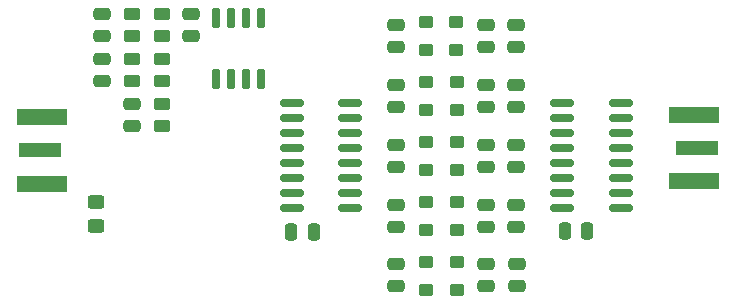
<source format=gbr>
G04 #@! TF.GenerationSoftware,KiCad,Pcbnew,8.0.1*
G04 #@! TF.CreationDate,2025-07-17T23:05:43+02:00*
G04 #@! TF.ProjectId,SDR_PreAmp_Filter_v1.1,5344525f-5072-4654-916d-705f46696c74,rev?*
G04 #@! TF.SameCoordinates,Original*
G04 #@! TF.FileFunction,Paste,Top*
G04 #@! TF.FilePolarity,Positive*
%FSLAX46Y46*%
G04 Gerber Fmt 4.6, Leading zero omitted, Abs format (unit mm)*
G04 Created by KiCad (PCBNEW 8.0.1) date 2025-07-17 23:05:43*
%MOMM*%
%LPD*%
G01*
G04 APERTURE LIST*
G04 Aperture macros list*
%AMRoundRect*
0 Rectangle with rounded corners*
0 $1 Rounding radius*
0 $2 $3 $4 $5 $6 $7 $8 $9 X,Y pos of 4 corners*
0 Add a 4 corners polygon primitive as box body*
4,1,4,$2,$3,$4,$5,$6,$7,$8,$9,$2,$3,0*
0 Add four circle primitives for the rounded corners*
1,1,$1+$1,$2,$3*
1,1,$1+$1,$4,$5*
1,1,$1+$1,$6,$7*
1,1,$1+$1,$8,$9*
0 Add four rect primitives between the rounded corners*
20,1,$1+$1,$2,$3,$4,$5,0*
20,1,$1+$1,$4,$5,$6,$7,0*
20,1,$1+$1,$6,$7,$8,$9,0*
20,1,$1+$1,$8,$9,$2,$3,0*%
G04 Aperture macros list end*
%ADD10RoundRect,0.250000X-0.450000X0.262500X-0.450000X-0.262500X0.450000X-0.262500X0.450000X0.262500X0*%
%ADD11RoundRect,0.250000X0.475000X-0.250000X0.475000X0.250000X-0.475000X0.250000X-0.475000X-0.250000X0*%
%ADD12RoundRect,0.250000X0.350000X-0.275000X0.350000X0.275000X-0.350000X0.275000X-0.350000X-0.275000X0*%
%ADD13RoundRect,0.250000X-0.350000X0.275000X-0.350000X-0.275000X0.350000X-0.275000X0.350000X0.275000X0*%
%ADD14RoundRect,0.250000X0.450000X-0.325000X0.450000X0.325000X-0.450000X0.325000X-0.450000X-0.325000X0*%
%ADD15RoundRect,0.250000X-0.475000X0.250000X-0.475000X-0.250000X0.475000X-0.250000X0.475000X0.250000X0*%
%ADD16RoundRect,0.150000X0.150000X-0.725000X0.150000X0.725000X-0.150000X0.725000X-0.150000X-0.725000X0*%
%ADD17RoundRect,0.250000X0.450000X-0.262500X0.450000X0.262500X-0.450000X0.262500X-0.450000X-0.262500X0*%
%ADD18RoundRect,0.150000X0.825000X0.150000X-0.825000X0.150000X-0.825000X-0.150000X0.825000X-0.150000X0*%
%ADD19R,3.600000X1.270000*%
%ADD20R,4.200000X1.350000*%
%ADD21RoundRect,0.250000X-0.250000X-0.475000X0.250000X-0.475000X0.250000X0.475000X-0.250000X0.475000X0*%
G04 APERTURE END LIST*
D10*
X102108000Y-125137500D03*
X102108000Y-126962500D03*
D11*
X129600000Y-140550000D03*
X129600000Y-138650000D03*
X121920000Y-130490000D03*
X121920000Y-128590000D03*
D12*
X124460000Y-135770000D03*
X124460000Y-133470000D03*
D11*
X121920000Y-120330000D03*
X121920000Y-118430000D03*
X132080000Y-135570000D03*
X132080000Y-133670000D03*
D13*
X127065000Y-123310000D03*
X127065000Y-125610000D03*
D11*
X132080000Y-120330000D03*
X132080000Y-118430000D03*
D14*
X96500000Y-135450000D03*
X96500000Y-133400000D03*
D13*
X127065000Y-133470000D03*
X127065000Y-135770000D03*
D15*
X99568000Y-125100000D03*
X99568000Y-127000000D03*
D12*
X124460000Y-120530000D03*
X124460000Y-118230000D03*
D16*
X106730800Y-122980600D03*
X108000800Y-122980600D03*
X109270800Y-122980600D03*
X110540800Y-122980600D03*
X110540800Y-117830600D03*
X109270800Y-117830600D03*
X108000800Y-117830600D03*
X106730800Y-117830600D03*
D13*
X127100000Y-138550000D03*
X127100000Y-140850000D03*
D17*
X99568000Y-119342500D03*
X99568000Y-117517500D03*
D18*
X118045000Y-133985000D03*
X118045000Y-132715000D03*
X118045000Y-131445000D03*
X118045000Y-130175000D03*
X118045000Y-128905000D03*
X118045000Y-127635000D03*
X118045000Y-126365000D03*
X118045000Y-125095000D03*
X113095000Y-125095000D03*
X113095000Y-126365000D03*
X113095000Y-127635000D03*
X113095000Y-128905000D03*
X113095000Y-130175000D03*
X113095000Y-131445000D03*
X113095000Y-132715000D03*
X113095000Y-133985000D03*
D11*
X132200000Y-140550000D03*
X132200000Y-138650000D03*
X121920000Y-135570000D03*
X121920000Y-133670000D03*
D12*
X124500000Y-140850000D03*
X124500000Y-138550000D03*
D11*
X129540000Y-125410000D03*
X129540000Y-123510000D03*
D15*
X97028000Y-121290000D03*
X97028000Y-123190000D03*
D11*
X97012800Y-119390200D03*
X97012800Y-117490200D03*
D12*
X124460000Y-130690000D03*
X124460000Y-128390000D03*
D19*
X91798800Y-129057400D03*
D20*
X91998800Y-126232400D03*
X91998800Y-131882400D03*
D11*
X132080000Y-130490000D03*
X132080000Y-128590000D03*
X129540000Y-130490000D03*
X129540000Y-128590000D03*
X121900000Y-140550000D03*
X121900000Y-138650000D03*
D18*
X140950000Y-133985000D03*
X140950000Y-132715000D03*
X140950000Y-131445000D03*
X140950000Y-130175000D03*
X140950000Y-128905000D03*
X140950000Y-127635000D03*
X140950000Y-126365000D03*
X140950000Y-125095000D03*
X136000000Y-125095000D03*
X136000000Y-126365000D03*
X136000000Y-127635000D03*
X136000000Y-128905000D03*
X136000000Y-130175000D03*
X136000000Y-131445000D03*
X136000000Y-132715000D03*
X136000000Y-133985000D03*
D13*
X127000000Y-118230000D03*
X127000000Y-120530000D03*
X127065000Y-128390000D03*
X127065000Y-130690000D03*
D19*
X147393000Y-128874000D03*
D20*
X147193000Y-131699000D03*
X147193000Y-126049000D03*
D11*
X129540000Y-135570000D03*
X129540000Y-133670000D03*
D21*
X136210000Y-135890000D03*
X138110000Y-135890000D03*
D11*
X121920000Y-125410000D03*
X121920000Y-123510000D03*
D12*
X124460000Y-125610000D03*
X124460000Y-123310000D03*
D10*
X99568000Y-121327500D03*
X99568000Y-123152500D03*
D21*
X113080800Y-135940800D03*
X114980800Y-135940800D03*
D11*
X129540000Y-120330000D03*
X129540000Y-118430000D03*
X132080000Y-125410000D03*
X132080000Y-123510000D03*
D17*
X102108000Y-123152500D03*
X102108000Y-121327500D03*
D11*
X104546400Y-119380000D03*
X104546400Y-117480000D03*
D10*
X102108000Y-117517500D03*
X102108000Y-119342500D03*
M02*

</source>
